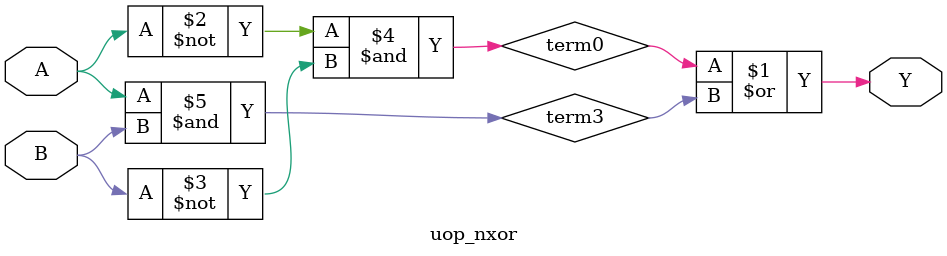
<source format=sv>
module uop_nxor(output wire Y, input wire A, input wire B);

//Internal wires
wire term0;
wire term3;

//Contiuous Assignment (order does not matter)
assign Y = term0 | term3;
assign term0 = ~A & ~B;
assign term3 = A & B;

//TASK - can you remove term0 and term3 and write everthing on one line?


endmodule
</source>
